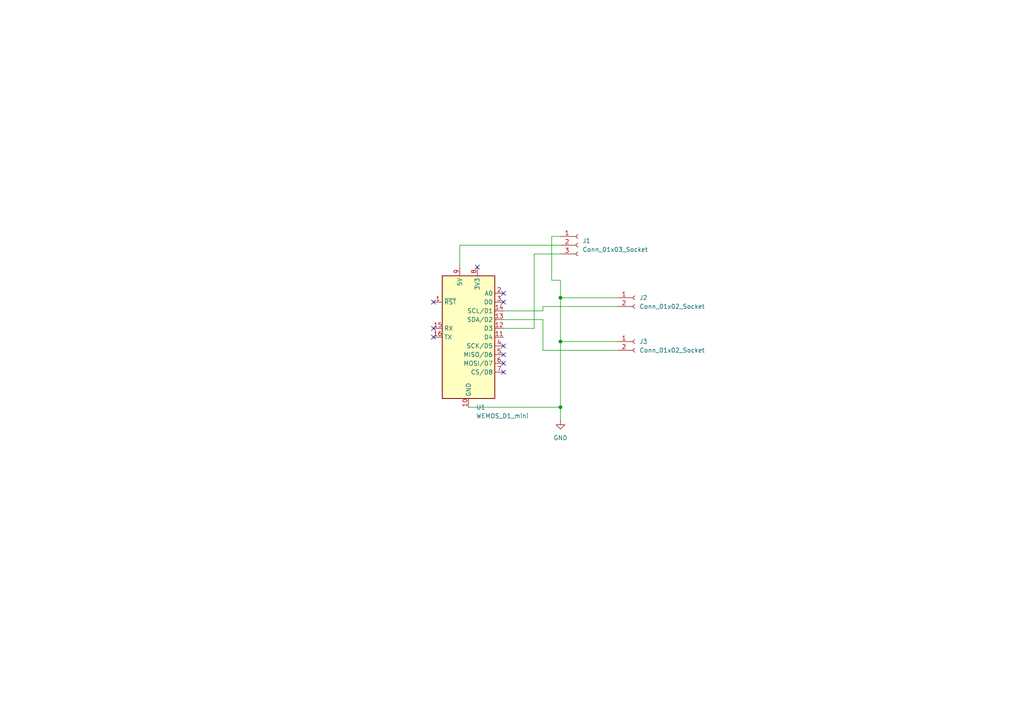
<source format=kicad_sch>
(kicad_sch
	(version 20231120)
	(generator "eeschema")
	(generator_version "8.0")
	(uuid "d44993e9-562d-423a-915c-8f7ea506fefc")
	(paper "A4")
	(title_block
		(title "LuminO")
	)
	(lib_symbols
		(symbol "Connector:Conn_01x02_Socket"
			(pin_names
				(offset 1.016) hide)
			(exclude_from_sim no)
			(in_bom yes)
			(on_board yes)
			(property "Reference" "J"
				(at 0 2.54 0)
				(effects
					(font
						(size 1.27 1.27)
					)
				)
			)
			(property "Value" "Conn_01x02_Socket"
				(at 0 -5.08 0)
				(effects
					(font
						(size 1.27 1.27)
					)
				)
			)
			(property "Footprint" ""
				(at 0 0 0)
				(effects
					(font
						(size 1.27 1.27)
					)
					(hide yes)
				)
			)
			(property "Datasheet" "~"
				(at 0 0 0)
				(effects
					(font
						(size 1.27 1.27)
					)
					(hide yes)
				)
			)
			(property "Description" "Generic connector, single row, 01x02, script generated"
				(at 0 0 0)
				(effects
					(font
						(size 1.27 1.27)
					)
					(hide yes)
				)
			)
			(property "ki_locked" ""
				(at 0 0 0)
				(effects
					(font
						(size 1.27 1.27)
					)
				)
			)
			(property "ki_keywords" "connector"
				(at 0 0 0)
				(effects
					(font
						(size 1.27 1.27)
					)
					(hide yes)
				)
			)
			(property "ki_fp_filters" "Connector*:*_1x??_*"
				(at 0 0 0)
				(effects
					(font
						(size 1.27 1.27)
					)
					(hide yes)
				)
			)
			(symbol "Conn_01x02_Socket_1_1"
				(arc
					(start 0 -2.032)
					(mid -0.5058 -2.54)
					(end 0 -3.048)
					(stroke
						(width 0.1524)
						(type default)
					)
					(fill
						(type none)
					)
				)
				(polyline
					(pts
						(xy -1.27 -2.54) (xy -0.508 -2.54)
					)
					(stroke
						(width 0.1524)
						(type default)
					)
					(fill
						(type none)
					)
				)
				(polyline
					(pts
						(xy -1.27 0) (xy -0.508 0)
					)
					(stroke
						(width 0.1524)
						(type default)
					)
					(fill
						(type none)
					)
				)
				(arc
					(start 0 0.508)
					(mid -0.5058 0)
					(end 0 -0.508)
					(stroke
						(width 0.1524)
						(type default)
					)
					(fill
						(type none)
					)
				)
				(pin passive line
					(at -5.08 0 0)
					(length 3.81)
					(name "Pin_1"
						(effects
							(font
								(size 1.27 1.27)
							)
						)
					)
					(number "1"
						(effects
							(font
								(size 1.27 1.27)
							)
						)
					)
				)
				(pin passive line
					(at -5.08 -2.54 0)
					(length 3.81)
					(name "Pin_2"
						(effects
							(font
								(size 1.27 1.27)
							)
						)
					)
					(number "2"
						(effects
							(font
								(size 1.27 1.27)
							)
						)
					)
				)
			)
		)
		(symbol "Connector:Conn_01x03_Socket"
			(pin_names
				(offset 1.016) hide)
			(exclude_from_sim no)
			(in_bom yes)
			(on_board yes)
			(property "Reference" "J"
				(at 0 5.08 0)
				(effects
					(font
						(size 1.27 1.27)
					)
				)
			)
			(property "Value" "Conn_01x03_Socket"
				(at 0 -5.08 0)
				(effects
					(font
						(size 1.27 1.27)
					)
				)
			)
			(property "Footprint" ""
				(at 0 0 0)
				(effects
					(font
						(size 1.27 1.27)
					)
					(hide yes)
				)
			)
			(property "Datasheet" "~"
				(at 0 0 0)
				(effects
					(font
						(size 1.27 1.27)
					)
					(hide yes)
				)
			)
			(property "Description" "Generic connector, single row, 01x03, script generated"
				(at 0 0 0)
				(effects
					(font
						(size 1.27 1.27)
					)
					(hide yes)
				)
			)
			(property "ki_locked" ""
				(at 0 0 0)
				(effects
					(font
						(size 1.27 1.27)
					)
				)
			)
			(property "ki_keywords" "connector"
				(at 0 0 0)
				(effects
					(font
						(size 1.27 1.27)
					)
					(hide yes)
				)
			)
			(property "ki_fp_filters" "Connector*:*_1x??_*"
				(at 0 0 0)
				(effects
					(font
						(size 1.27 1.27)
					)
					(hide yes)
				)
			)
			(symbol "Conn_01x03_Socket_1_1"
				(arc
					(start 0 -2.032)
					(mid -0.5058 -2.54)
					(end 0 -3.048)
					(stroke
						(width 0.1524)
						(type default)
					)
					(fill
						(type none)
					)
				)
				(polyline
					(pts
						(xy -1.27 -2.54) (xy -0.508 -2.54)
					)
					(stroke
						(width 0.1524)
						(type default)
					)
					(fill
						(type none)
					)
				)
				(polyline
					(pts
						(xy -1.27 0) (xy -0.508 0)
					)
					(stroke
						(width 0.1524)
						(type default)
					)
					(fill
						(type none)
					)
				)
				(polyline
					(pts
						(xy -1.27 2.54) (xy -0.508 2.54)
					)
					(stroke
						(width 0.1524)
						(type default)
					)
					(fill
						(type none)
					)
				)
				(arc
					(start 0 0.508)
					(mid -0.5058 0)
					(end 0 -0.508)
					(stroke
						(width 0.1524)
						(type default)
					)
					(fill
						(type none)
					)
				)
				(arc
					(start 0 3.048)
					(mid -0.5058 2.54)
					(end 0 2.032)
					(stroke
						(width 0.1524)
						(type default)
					)
					(fill
						(type none)
					)
				)
				(pin passive line
					(at -5.08 2.54 0)
					(length 3.81)
					(name "Pin_1"
						(effects
							(font
								(size 1.27 1.27)
							)
						)
					)
					(number "1"
						(effects
							(font
								(size 1.27 1.27)
							)
						)
					)
				)
				(pin passive line
					(at -5.08 0 0)
					(length 3.81)
					(name "Pin_2"
						(effects
							(font
								(size 1.27 1.27)
							)
						)
					)
					(number "2"
						(effects
							(font
								(size 1.27 1.27)
							)
						)
					)
				)
				(pin passive line
					(at -5.08 -2.54 0)
					(length 3.81)
					(name "Pin_3"
						(effects
							(font
								(size 1.27 1.27)
							)
						)
					)
					(number "3"
						(effects
							(font
								(size 1.27 1.27)
							)
						)
					)
				)
			)
		)
		(symbol "RF_Module:WEMOS_D1_mini"
			(exclude_from_sim no)
			(in_bom yes)
			(on_board yes)
			(property "Reference" "U"
				(at 3.81 19.05 0)
				(effects
					(font
						(size 1.27 1.27)
					)
					(justify left)
				)
			)
			(property "Value" "WEMOS_D1_mini"
				(at 1.27 -19.05 0)
				(effects
					(font
						(size 1.27 1.27)
					)
					(justify left)
				)
			)
			(property "Footprint" "RF_Module:WEMOS_D1_mini_light"
				(at 0 -29.21 0)
				(effects
					(font
						(size 1.27 1.27)
					)
					(hide yes)
				)
			)
			(property "Datasheet" "https://wiki.wemos.cc/products:d1:d1_mini#documentation"
				(at -46.99 -29.21 0)
				(effects
					(font
						(size 1.27 1.27)
					)
					(hide yes)
				)
			)
			(property "Description" "32-bit microcontroller module with WiFi"
				(at 0 0 0)
				(effects
					(font
						(size 1.27 1.27)
					)
					(hide yes)
				)
			)
			(property "ki_keywords" "ESP8266 WiFi microcontroller ESP8266EX"
				(at 0 0 0)
				(effects
					(font
						(size 1.27 1.27)
					)
					(hide yes)
				)
			)
			(property "ki_fp_filters" "WEMOS*D1*mini*"
				(at 0 0 0)
				(effects
					(font
						(size 1.27 1.27)
					)
					(hide yes)
				)
			)
			(symbol "WEMOS_D1_mini_1_1"
				(rectangle
					(start -7.62 17.78)
					(end 7.62 -17.78)
					(stroke
						(width 0.254)
						(type default)
					)
					(fill
						(type background)
					)
				)
				(pin input line
					(at -10.16 10.16 0)
					(length 2.54)
					(name "~{RST}"
						(effects
							(font
								(size 1.27 1.27)
							)
						)
					)
					(number "1"
						(effects
							(font
								(size 1.27 1.27)
							)
						)
					)
				)
				(pin power_in line
					(at 0 -20.32 90)
					(length 2.54)
					(name "GND"
						(effects
							(font
								(size 1.27 1.27)
							)
						)
					)
					(number "10"
						(effects
							(font
								(size 1.27 1.27)
							)
						)
					)
				)
				(pin bidirectional line
					(at 10.16 0 180)
					(length 2.54)
					(name "D4"
						(effects
							(font
								(size 1.27 1.27)
							)
						)
					)
					(number "11"
						(effects
							(font
								(size 1.27 1.27)
							)
						)
					)
				)
				(pin bidirectional line
					(at 10.16 2.54 180)
					(length 2.54)
					(name "D3"
						(effects
							(font
								(size 1.27 1.27)
							)
						)
					)
					(number "12"
						(effects
							(font
								(size 1.27 1.27)
							)
						)
					)
				)
				(pin bidirectional line
					(at 10.16 5.08 180)
					(length 2.54)
					(name "SDA/D2"
						(effects
							(font
								(size 1.27 1.27)
							)
						)
					)
					(number "13"
						(effects
							(font
								(size 1.27 1.27)
							)
						)
					)
				)
				(pin bidirectional line
					(at 10.16 7.62 180)
					(length 2.54)
					(name "SCL/D1"
						(effects
							(font
								(size 1.27 1.27)
							)
						)
					)
					(number "14"
						(effects
							(font
								(size 1.27 1.27)
							)
						)
					)
				)
				(pin input line
					(at -10.16 2.54 0)
					(length 2.54)
					(name "RX"
						(effects
							(font
								(size 1.27 1.27)
							)
						)
					)
					(number "15"
						(effects
							(font
								(size 1.27 1.27)
							)
						)
					)
				)
				(pin output line
					(at -10.16 0 0)
					(length 2.54)
					(name "TX"
						(effects
							(font
								(size 1.27 1.27)
							)
						)
					)
					(number "16"
						(effects
							(font
								(size 1.27 1.27)
							)
						)
					)
				)
				(pin input line
					(at 10.16 12.7 180)
					(length 2.54)
					(name "A0"
						(effects
							(font
								(size 1.27 1.27)
							)
						)
					)
					(number "2"
						(effects
							(font
								(size 1.27 1.27)
							)
						)
					)
				)
				(pin bidirectional line
					(at 10.16 10.16 180)
					(length 2.54)
					(name "D0"
						(effects
							(font
								(size 1.27 1.27)
							)
						)
					)
					(number "3"
						(effects
							(font
								(size 1.27 1.27)
							)
						)
					)
				)
				(pin bidirectional line
					(at 10.16 -2.54 180)
					(length 2.54)
					(name "SCK/D5"
						(effects
							(font
								(size 1.27 1.27)
							)
						)
					)
					(number "4"
						(effects
							(font
								(size 1.27 1.27)
							)
						)
					)
				)
				(pin bidirectional line
					(at 10.16 -5.08 180)
					(length 2.54)
					(name "MISO/D6"
						(effects
							(font
								(size 1.27 1.27)
							)
						)
					)
					(number "5"
						(effects
							(font
								(size 1.27 1.27)
							)
						)
					)
				)
				(pin bidirectional line
					(at 10.16 -7.62 180)
					(length 2.54)
					(name "MOSI/D7"
						(effects
							(font
								(size 1.27 1.27)
							)
						)
					)
					(number "6"
						(effects
							(font
								(size 1.27 1.27)
							)
						)
					)
				)
				(pin bidirectional line
					(at 10.16 -10.16 180)
					(length 2.54)
					(name "CS/D8"
						(effects
							(font
								(size 1.27 1.27)
							)
						)
					)
					(number "7"
						(effects
							(font
								(size 1.27 1.27)
							)
						)
					)
				)
				(pin power_out line
					(at 2.54 20.32 270)
					(length 2.54)
					(name "3V3"
						(effects
							(font
								(size 1.27 1.27)
							)
						)
					)
					(number "8"
						(effects
							(font
								(size 1.27 1.27)
							)
						)
					)
				)
				(pin power_in line
					(at -2.54 20.32 270)
					(length 2.54)
					(name "5V"
						(effects
							(font
								(size 1.27 1.27)
							)
						)
					)
					(number "9"
						(effects
							(font
								(size 1.27 1.27)
							)
						)
					)
				)
			)
		)
		(symbol "power:GND"
			(power)
			(pin_numbers hide)
			(pin_names
				(offset 0) hide)
			(exclude_from_sim no)
			(in_bom yes)
			(on_board yes)
			(property "Reference" "#PWR"
				(at 0 -6.35 0)
				(effects
					(font
						(size 1.27 1.27)
					)
					(hide yes)
				)
			)
			(property "Value" "GND"
				(at 0 -3.81 0)
				(effects
					(font
						(size 1.27 1.27)
					)
				)
			)
			(property "Footprint" ""
				(at 0 0 0)
				(effects
					(font
						(size 1.27 1.27)
					)
					(hide yes)
				)
			)
			(property "Datasheet" ""
				(at 0 0 0)
				(effects
					(font
						(size 1.27 1.27)
					)
					(hide yes)
				)
			)
			(property "Description" "Power symbol creates a global label with name \"GND\" , ground"
				(at 0 0 0)
				(effects
					(font
						(size 1.27 1.27)
					)
					(hide yes)
				)
			)
			(property "ki_keywords" "global power"
				(at 0 0 0)
				(effects
					(font
						(size 1.27 1.27)
					)
					(hide yes)
				)
			)
			(symbol "GND_0_1"
				(polyline
					(pts
						(xy 0 0) (xy 0 -1.27) (xy 1.27 -1.27) (xy 0 -2.54) (xy -1.27 -1.27) (xy 0 -1.27)
					)
					(stroke
						(width 0)
						(type default)
					)
					(fill
						(type none)
					)
				)
			)
			(symbol "GND_1_1"
				(pin power_in line
					(at 0 0 270)
					(length 0)
					(name "~"
						(effects
							(font
								(size 1.27 1.27)
							)
						)
					)
					(number "1"
						(effects
							(font
								(size 1.27 1.27)
							)
						)
					)
				)
			)
		)
	)
	(junction
		(at 162.56 99.06)
		(diameter 0)
		(color 0 0 0 0)
		(uuid "e3122db2-0f7c-410c-a704-af1b1b538607")
	)
	(junction
		(at 162.56 118.11)
		(diameter 0)
		(color 0 0 0 0)
		(uuid "eee98120-ba16-4a82-ae98-86439fb74f73")
	)
	(junction
		(at 162.56 86.36)
		(diameter 0)
		(color 0 0 0 0)
		(uuid "f814e326-aa12-45d6-bd3b-ab0271043961")
	)
	(no_connect
		(at 146.05 102.87)
		(uuid "15513545-012c-4c14-b766-3c1e8fa70589")
	)
	(no_connect
		(at 125.73 95.25)
		(uuid "2dbdc653-1b5f-4f55-a05b-b5b735190345")
	)
	(no_connect
		(at 146.05 87.63)
		(uuid "5a323edd-2f4d-4c3f-8b7d-0b0b115160cc")
	)
	(no_connect
		(at 146.05 100.33)
		(uuid "69f48ef2-d80f-406c-ae4c-26be91916c7c")
	)
	(no_connect
		(at 146.05 107.95)
		(uuid "7e786824-c7c9-44ed-bebd-18333b503e2e")
	)
	(no_connect
		(at 146.05 85.09)
		(uuid "a1af70de-4433-42b8-9fbf-6567d3cb337a")
	)
	(no_connect
		(at 146.05 105.41)
		(uuid "a6aa7a1b-999c-49d2-b89f-469b777b6658")
	)
	(no_connect
		(at 125.73 87.63)
		(uuid "c23b5082-cab3-44fc-b852-eb7220707d82")
	)
	(no_connect
		(at 125.73 97.79)
		(uuid "c3484695-55c4-4276-8741-84fd9f7b2bff")
	)
	(no_connect
		(at 138.43 77.47)
		(uuid "e9a0ba54-b260-41e2-851f-dacb26854993")
	)
	(wire
		(pts
			(xy 146.05 90.17) (xy 157.48 90.17)
		)
		(stroke
			(width 0)
			(type default)
		)
		(uuid "0359969b-511f-4161-976c-7a06e69faaf8")
	)
	(wire
		(pts
			(xy 135.89 118.11) (xy 162.56 118.11)
		)
		(stroke
			(width 0)
			(type default)
		)
		(uuid "10e57d99-8f92-46c7-96ea-004c5821b3a7")
	)
	(wire
		(pts
			(xy 162.56 86.36) (xy 162.56 99.06)
		)
		(stroke
			(width 0)
			(type default)
		)
		(uuid "16d5286a-fb0e-4e31-b12f-fcf57c751bbf")
	)
	(wire
		(pts
			(xy 154.94 95.25) (xy 146.05 95.25)
		)
		(stroke
			(width 0)
			(type default)
		)
		(uuid "3179ce23-b131-4057-beab-388cf8c9a7dc")
	)
	(wire
		(pts
			(xy 162.56 68.58) (xy 160.02 68.58)
		)
		(stroke
			(width 0)
			(type default)
		)
		(uuid "4281408e-d48a-45c5-a2b4-f8e6ec6d56c6")
	)
	(wire
		(pts
			(xy 162.56 99.06) (xy 162.56 118.11)
		)
		(stroke
			(width 0)
			(type default)
		)
		(uuid "67801d04-0b8a-4d17-93e8-8bd68ecb69c4")
	)
	(wire
		(pts
			(xy 133.35 71.12) (xy 162.56 71.12)
		)
		(stroke
			(width 0)
			(type default)
		)
		(uuid "7a662052-2d9f-44ae-a07c-4400cd32bff4")
	)
	(wire
		(pts
			(xy 160.02 81.28) (xy 162.56 81.28)
		)
		(stroke
			(width 0)
			(type default)
		)
		(uuid "85b3409b-0d7a-4472-836a-d06de6d67814")
	)
	(wire
		(pts
			(xy 162.56 81.28) (xy 162.56 86.36)
		)
		(stroke
			(width 0)
			(type default)
		)
		(uuid "9083e5ad-7a79-4a95-ab04-e1121e464f7a")
	)
	(wire
		(pts
			(xy 162.56 99.06) (xy 179.07 99.06)
		)
		(stroke
			(width 0)
			(type default)
		)
		(uuid "92fddb55-9385-4642-909d-8a3601d55a39")
	)
	(wire
		(pts
			(xy 157.48 88.9) (xy 179.07 88.9)
		)
		(stroke
			(width 0)
			(type default)
		)
		(uuid "9e52cbba-eb52-4708-83bd-da3738ecf625")
	)
	(wire
		(pts
			(xy 154.94 73.66) (xy 154.94 95.25)
		)
		(stroke
			(width 0)
			(type default)
		)
		(uuid "a76d7e5d-2e60-46ce-8b9a-f49c6818976c")
	)
	(wire
		(pts
			(xy 179.07 101.6) (xy 157.48 101.6)
		)
		(stroke
			(width 0)
			(type default)
		)
		(uuid "aef8b4ff-49be-4f52-9fad-57cb1e6b4dcd")
	)
	(wire
		(pts
			(xy 146.05 92.71) (xy 157.48 92.71)
		)
		(stroke
			(width 0)
			(type default)
		)
		(uuid "ba8bd1ff-25b9-413e-857c-52f396b69ddc")
	)
	(wire
		(pts
			(xy 162.56 86.36) (xy 179.07 86.36)
		)
		(stroke
			(width 0)
			(type default)
		)
		(uuid "cfc0c00f-abfe-4ca5-b8ab-23ead097e63b")
	)
	(wire
		(pts
			(xy 160.02 68.58) (xy 160.02 81.28)
		)
		(stroke
			(width 0)
			(type default)
		)
		(uuid "d0504984-ed4b-43f6-938f-6cc24cdfbb1f")
	)
	(wire
		(pts
			(xy 157.48 92.71) (xy 157.48 101.6)
		)
		(stroke
			(width 0)
			(type default)
		)
		(uuid "d5289bb2-89a3-42a0-b97d-ae346f7d1d9f")
	)
	(wire
		(pts
			(xy 133.35 71.12) (xy 133.35 77.47)
		)
		(stroke
			(width 0)
			(type default)
		)
		(uuid "ddcabec0-1411-48dc-86c5-0ecf790277fc")
	)
	(wire
		(pts
			(xy 162.56 73.66) (xy 154.94 73.66)
		)
		(stroke
			(width 0)
			(type default)
		)
		(uuid "de207660-2260-47d6-8b23-8fceae308e5b")
	)
	(wire
		(pts
			(xy 162.56 118.11) (xy 162.56 121.92)
		)
		(stroke
			(width 0)
			(type default)
		)
		(uuid "e73c7530-8a8d-483e-9adf-1056f1ff5ca8")
	)
	(wire
		(pts
			(xy 157.48 88.9) (xy 157.48 90.17)
		)
		(stroke
			(width 0)
			(type default)
		)
		(uuid "fc3aeb02-212c-4648-bf83-c87d3a91dad8")
	)
	(symbol
		(lib_id "RF_Module:WEMOS_D1_mini")
		(at 135.89 97.79 0)
		(unit 1)
		(exclude_from_sim no)
		(in_bom yes)
		(on_board yes)
		(dnp no)
		(fields_autoplaced yes)
		(uuid "2d4a7f27-4b61-4d22-a304-49c0468b4743")
		(property "Reference" "U1"
			(at 138.0841 118.11 0)
			(effects
				(font
					(size 1.27 1.27)
				)
				(justify left)
			)
		)
		(property "Value" "WEMOS_D1_mini"
			(at 138.0841 120.65 0)
			(effects
				(font
					(size 1.27 1.27)
				)
				(justify left)
			)
		)
		(property "Footprint" "RF_Module:WEMOS_D1_mini_light"
			(at 135.89 127 0)
			(effects
				(font
					(size 1.27 1.27)
				)
				(hide yes)
			)
		)
		(property "Datasheet" "https://wiki.wemos.cc/products:d1:d1_mini#documentation"
			(at 88.9 127 0)
			(effects
				(font
					(size 1.27 1.27)
				)
				(hide yes)
			)
		)
		(property "Description" "32-bit microcontroller module with WiFi"
			(at 135.89 97.79 0)
			(effects
				(font
					(size 1.27 1.27)
				)
				(hide yes)
			)
		)
		(pin "11"
			(uuid "809a1163-0973-46d2-bef4-bc0388344ee8")
		)
		(pin "5"
			(uuid "5ce62c6e-bd2f-4eef-87d5-31b7bede1443")
		)
		(pin "3"
			(uuid "f72294f4-77e9-42a7-b99d-fb74dc3e3b71")
		)
		(pin "13"
			(uuid "a2783876-5974-4326-a1ef-392c7a5721be")
		)
		(pin "14"
			(uuid "86904ccf-b8bd-4de8-a93d-e411950bc2f5")
		)
		(pin "6"
			(uuid "c8611a95-1e6a-408a-92d1-f751e3e27987")
		)
		(pin "9"
			(uuid "e773ac02-3ebc-4024-9e19-8ba5d8fd4b50")
		)
		(pin "10"
			(uuid "6ce96b59-a6ea-4e33-9dd3-7150dc0abf77")
		)
		(pin "8"
			(uuid "52f2ccb4-932b-4f03-b57e-9884c938b578")
		)
		(pin "12"
			(uuid "91155c99-17eb-4203-89ff-171ba17bd774")
		)
		(pin "15"
			(uuid "b3e319ef-b9eb-475f-b88a-4c0131c0ddd8")
		)
		(pin "1"
			(uuid "05e361bb-a14d-495f-aa0b-ca4ea3ab2240")
		)
		(pin "16"
			(uuid "6bf5d8a6-51a9-4847-b3d6-aecbebc8516f")
		)
		(pin "2"
			(uuid "97069050-6ac3-4ed0-b448-e5b7c261c2a4")
		)
		(pin "4"
			(uuid "5987458a-3aab-488c-a27e-355e015dc519")
		)
		(pin "7"
			(uuid "a3b4e324-fa12-44ea-bdd5-6a9cafcd2500")
		)
		(instances
			(project ""
				(path "/d44993e9-562d-423a-915c-8f7ea506fefc"
					(reference "U1")
					(unit 1)
				)
			)
		)
	)
	(symbol
		(lib_id "Connector:Conn_01x02_Socket")
		(at 184.15 99.06 0)
		(unit 1)
		(exclude_from_sim no)
		(in_bom yes)
		(on_board yes)
		(dnp no)
		(fields_autoplaced yes)
		(uuid "3d0aa5a2-dd25-4016-87d1-fcfbe59d2d54")
		(property "Reference" "J3"
			(at 185.42 99.0599 0)
			(effects
				(font
					(size 1.27 1.27)
				)
				(justify left)
			)
		)
		(property "Value" "Conn_01x02_Socket"
			(at 185.42 101.5999 0)
			(effects
				(font
					(size 1.27 1.27)
				)
				(justify left)
			)
		)
		(property "Footprint" "Connector_PinSocket_2.54mm:PinSocket_1x02_P2.54mm_Vertical"
			(at 184.15 99.06 0)
			(effects
				(font
					(size 1.27 1.27)
				)
				(hide yes)
			)
		)
		(property "Datasheet" "~"
			(at 184.15 99.06 0)
			(effects
				(font
					(size 1.27 1.27)
				)
				(hide yes)
			)
		)
		(property "Description" "Generic connector, single row, 01x02, script generated"
			(at 184.15 99.06 0)
			(effects
				(font
					(size 1.27 1.27)
				)
				(hide yes)
			)
		)
		(pin "2"
			(uuid "e931027a-847d-49b6-93f7-c7a5f426af14")
		)
		(pin "1"
			(uuid "67564e04-2b8f-42a2-b24f-2c586f7099d1")
		)
		(instances
			(project ""
				(path "/d44993e9-562d-423a-915c-8f7ea506fefc"
					(reference "J3")
					(unit 1)
				)
			)
		)
	)
	(symbol
		(lib_id "power:GND")
		(at 162.56 121.92 0)
		(unit 1)
		(exclude_from_sim no)
		(in_bom yes)
		(on_board yes)
		(dnp no)
		(fields_autoplaced yes)
		(uuid "c6f6bc83-828a-4f35-9b6f-4b21292dde2c")
		(property "Reference" "#PWR01"
			(at 162.56 128.27 0)
			(effects
				(font
					(size 1.27 1.27)
				)
				(hide yes)
			)
		)
		(property "Value" "GND"
			(at 162.56 127 0)
			(effects
				(font
					(size 1.27 1.27)
				)
			)
		)
		(property "Footprint" ""
			(at 162.56 121.92 0)
			(effects
				(font
					(size 1.27 1.27)
				)
				(hide yes)
			)
		)
		(property "Datasheet" ""
			(at 162.56 121.92 0)
			(effects
				(font
					(size 1.27 1.27)
				)
				(hide yes)
			)
		)
		(property "Description" "Power symbol creates a global label with name \"GND\" , ground"
			(at 162.56 121.92 0)
			(effects
				(font
					(size 1.27 1.27)
				)
				(hide yes)
			)
		)
		(pin "1"
			(uuid "878cabef-a32f-431c-a8a4-242b900a2943")
		)
		(instances
			(project ""
				(path "/d44993e9-562d-423a-915c-8f7ea506fefc"
					(reference "#PWR01")
					(unit 1)
				)
			)
		)
	)
	(symbol
		(lib_id "Connector:Conn_01x02_Socket")
		(at 184.15 86.36 0)
		(unit 1)
		(exclude_from_sim no)
		(in_bom yes)
		(on_board yes)
		(dnp no)
		(fields_autoplaced yes)
		(uuid "de1f9980-cd91-40aa-bb05-067c6f19e1d0")
		(property "Reference" "J2"
			(at 185.42 86.3599 0)
			(effects
				(font
					(size 1.27 1.27)
				)
				(justify left)
			)
		)
		(property "Value" "Conn_01x02_Socket"
			(at 185.42 88.8999 0)
			(effects
				(font
					(size 1.27 1.27)
				)
				(justify left)
			)
		)
		(property "Footprint" "Connector_PinSocket_2.54mm:PinSocket_1x02_P2.54mm_Vertical"
			(at 184.15 86.36 0)
			(effects
				(font
					(size 1.27 1.27)
				)
				(hide yes)
			)
		)
		(property "Datasheet" "~"
			(at 184.15 86.36 0)
			(effects
				(font
					(size 1.27 1.27)
				)
				(hide yes)
			)
		)
		(property "Description" "Generic connector, single row, 01x02, script generated"
			(at 184.15 86.36 0)
			(effects
				(font
					(size 1.27 1.27)
				)
				(hide yes)
			)
		)
		(pin "2"
			(uuid "06fe5348-8272-4f82-83b6-28bf12475d9e")
		)
		(pin "1"
			(uuid "e6454c58-103f-43b6-9c30-dd0273d534d6")
		)
		(instances
			(project ""
				(path "/d44993e9-562d-423a-915c-8f7ea506fefc"
					(reference "J2")
					(unit 1)
				)
			)
		)
	)
	(symbol
		(lib_id "Connector:Conn_01x03_Socket")
		(at 167.64 71.12 0)
		(unit 1)
		(exclude_from_sim no)
		(in_bom yes)
		(on_board yes)
		(dnp no)
		(fields_autoplaced yes)
		(uuid "f7bb5d1c-a236-4536-9d1b-54eaa1824cfb")
		(property "Reference" "J1"
			(at 168.91 69.8499 0)
			(effects
				(font
					(size 1.27 1.27)
				)
				(justify left)
			)
		)
		(property "Value" "Conn_01x03_Socket"
			(at 168.91 72.3899 0)
			(effects
				(font
					(size 1.27 1.27)
				)
				(justify left)
			)
		)
		(property "Footprint" "Connector_PinSocket_2.54mm:PinSocket_1x03_P2.54mm_Vertical"
			(at 167.64 71.12 0)
			(effects
				(font
					(size 1.27 1.27)
				)
				(hide yes)
			)
		)
		(property "Datasheet" "~"
			(at 167.64 71.12 0)
			(effects
				(font
					(size 1.27 1.27)
				)
				(hide yes)
			)
		)
		(property "Description" "Generic connector, single row, 01x03, script generated"
			(at 167.64 71.12 0)
			(effects
				(font
					(size 1.27 1.27)
				)
				(hide yes)
			)
		)
		(pin "1"
			(uuid "60b31789-4198-459f-8e8e-2b24539472f3")
		)
		(pin "2"
			(uuid "7dc4f280-4097-467b-bee9-5c5823131ab4")
		)
		(pin "3"
			(uuid "c77a1c02-7f62-4500-a1c2-0ece98083310")
		)
		(instances
			(project ""
				(path "/d44993e9-562d-423a-915c-8f7ea506fefc"
					(reference "J1")
					(unit 1)
				)
			)
		)
	)
	(sheet_instances
		(path "/"
			(page "1")
		)
	)
)

</source>
